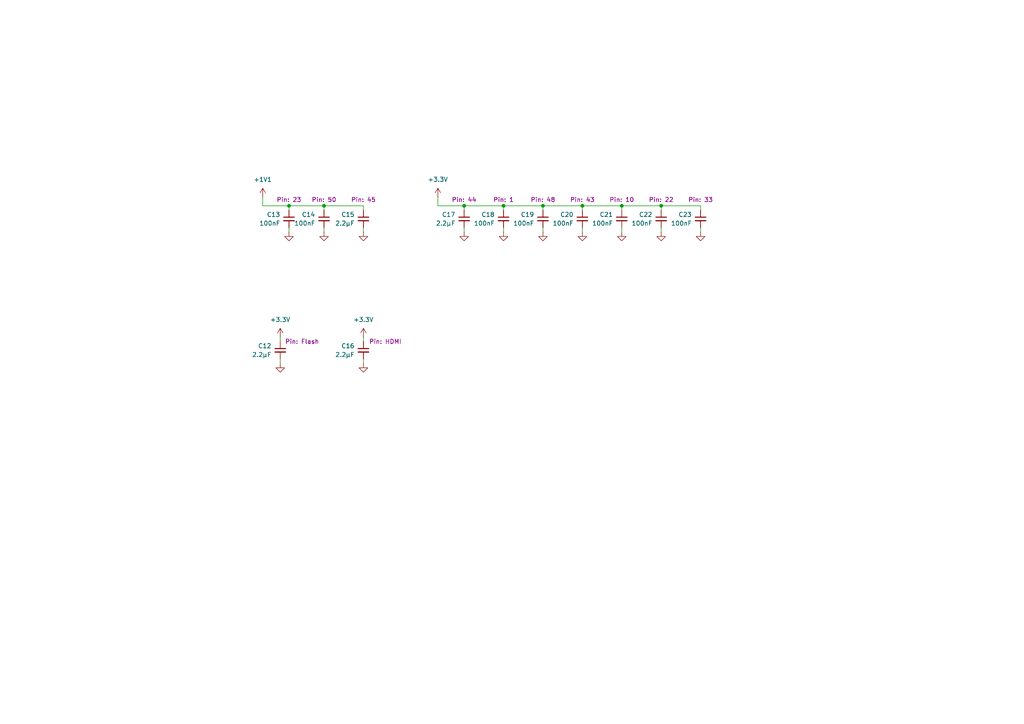
<source format=kicad_sch>
(kicad_sch (version 20250114) (generator "eeschema") (generator_version "9.0")
  (paper "A4")
  (lib_symbols
    (symbol "Device:C_Small" (pin_numbers (hide yes)) (pin_names (offset 0.254) (hide yes))
      (property "Reference" "C" (at 0.254 1.778 0))
      (property "Value" "C_Small" (at 0.254 -2.032 0))
      (symbol "C_Small_0_1"
        (polyline (pts (xy -1.524 0.508) (xy 1.524 0.508)) (stroke (width 0.3048)))
        (polyline (pts (xy -1.524 -0.508) (xy 1.524 -0.508)) (stroke (width 0.3302)))
      )
      (symbol "C_Small_1_1"
        (pin passive line (at 0 2.54 270) (length 2.032) (name "~") (number "1"))
        (pin passive line (at 0 -2.54 90) (length 2.032) (name "~") (number "2"))
      )
    )
    (symbol "power:+1V1" (power) (pin_numbers (hide yes)) (pin_names (offset 0) (hide yes))
      (property "Value" "+1V1" (at 0 3.556 0))
      (symbol "+1V1_0_1"
        (polyline (pts (xy -0.762 1.27) (xy 0 2.54)))
        (polyline (pts (xy 0 2.54) (xy 0.762 1.27)))
        (polyline (pts (xy 0 0) (xy 0 2.54)))
      )
      (symbol "+1V1_1_1"
        (pin power_in line (at 0 0 90) (length 0) (name "~") (number "1"))
      )
    )
    (symbol "power:+3.3V" (power) (pin_numbers (hide yes)) (pin_names (offset 0) (hide yes))
      (property "Value" "+3.3V" (at 0 3.556 0))
      (symbol "+3.3V_0_1"
        (polyline (pts (xy -0.762 1.27) (xy 0 2.54)))
        (polyline (pts (xy 0 2.54) (xy 0.762 1.27)))
        (polyline (pts (xy 0 0) (xy 0 2.54)))
      )
      (symbol "+3.3V_1_1"
        (pin power_in line (at 0 0 90) (length 0) (name "~") (number "1"))
      )
    )
    (symbol "power:GND" (power) (pin_numbers (hide yes)) (pin_names (offset 0) (hide yes))
      (property "Value" "GND" (at 0 -3.81 0))
      (symbol "GND_0_1"
        (polyline (pts (xy 0 0) (xy 0 -1.27) (xy 1.27 -1.27) (xy 0 -2.54) (xy -1.27 -1.27) (xy 0 -1.27)))
      )
      (symbol "GND_1_1"
        (pin power_in line (at 0 0 270) (length 0) (name "~") (number "1"))
      )
    )
  )
  (junction (at 83.82 59.69))
  (junction (at 191.77 59.69))
  (junction (at 134.62 59.69))
  (junction (at 93.98 59.69))
  (junction (at 157.48 59.69))
  (junction (at 180.34 59.69))
  (junction (at 168.91 59.69))
  (junction (at 146.05 59.69))
  (wire (pts (xy 191.77 66.04) (xy 191.77 67.31)))
  (wire (pts (xy 134.62 59.69) (xy 134.62 60.96)))
  (wire (pts (xy 105.41 104.14) (xy 105.41 105.41)))
  (wire (pts (xy 180.34 60.96) (xy 180.34 59.69)))
  (wire (pts (xy 157.48 59.69) (xy 168.91 59.69)))
  (wire (pts (xy 157.48 60.96) (xy 157.48 59.69)))
  (wire (pts (xy 180.34 59.69) (xy 191.77 59.69)))
  (wire (pts (xy 105.41 59.69) (xy 105.41 60.96)))
  (wire (pts (xy 127 59.69) (xy 134.62 59.69)))
  (wire (pts (xy 146.05 60.96) (xy 146.05 59.69)))
  (wire (pts (xy 168.91 60.96) (xy 168.91 59.69)))
  (wire (pts (xy 83.82 60.96) (xy 83.82 59.69)))
  (wire (pts (xy 146.05 59.69) (xy 157.48 59.69)))
  (wire (pts (xy 203.2 66.04) (xy 203.2 67.31)))
  (wire (pts (xy 146.05 66.04) (xy 146.05 67.31)))
  (wire (pts (xy 83.82 59.69) (xy 93.98 59.69)))
  (wire (pts (xy 93.98 60.96) (xy 93.98 59.69)))
  (wire (pts (xy 76.2 57.15) (xy 76.2 59.69)))
  (wire (pts (xy 81.28 104.14) (xy 81.28 105.41)))
  (wire (pts (xy 191.77 59.69) (xy 203.2 59.69)))
  (wire (pts (xy 105.41 66.04) (xy 105.41 67.31)))
  (wire (pts (xy 203.2 60.96) (xy 203.2 59.69)))
  (wire (pts (xy 180.34 66.04) (xy 180.34 67.31)))
  (wire (pts (xy 191.77 60.96) (xy 191.77 59.69)))
  (wire (pts (xy 93.98 59.69) (xy 105.41 59.69)))
  (wire (pts (xy 157.48 66.04) (xy 157.48 67.31)))
  (wire (pts (xy 81.28 97.79) (xy 81.28 99.06)))
  (wire (pts (xy 168.91 66.04) (xy 168.91 67.31)))
  (wire (pts (xy 93.98 66.04) (xy 93.98 67.31)))
  (wire (pts (xy 134.62 66.04) (xy 134.62 67.31)))
  (wire (pts (xy 127 57.15) (xy 127 59.69)))
  (wire (pts (xy 83.82 66.04) (xy 83.82 67.31)))
  (wire (pts (xy 105.41 97.79) (xy 105.41 99.06)))
  (wire (pts (xy 134.62 59.69) (xy 146.05 59.69)))
  (wire (pts (xy 76.2 59.69) (xy 83.82 59.69)))
  (wire (pts (xy 168.91 59.69) (xy 180.34 59.69)))
  (symbol (lib_id "power:GND") (at 146.05 67.31 0) (unit 1)
    (property "Reference" "#PWR077" (effects (hide yes)))
    (property "Value" "GND" (effects (hide yes)))
    (property "Description" "Power symbol creates a global label with name \"GND\" , ground" (effects (hide yes)))
  )
  (symbol (lib_id "Device:C_Small") (at 83.82 63.5 0) (mirror y) (unit 1)
    (property "Reference" "C13" (at 81.28 62.2362 0) (effects (justify left)))
    (property "Value" "100nF" (at 81.28 64.7762 0) (effects (justify left)))
    (property "Footprint" "Capacitor_SMD:C_0805_2012Metric" (effects (hide yes)))
    (property "Description" "Unpolarized capacitor, small symbol" (effects (hide yes)))
    (property "LCSC" "C49678" (effects (hide yes)))
    (property "MPN" "C 100nF 50V 0805" (effects (hide yes)))
    (property "Pin" "23" (at 83.82 57.912 0) (show_name yes))
  )
  (symbol (lib_id "power:GND") (at 105.41 67.31 0) (unit 1)
    (property "Reference" "#PWR072" (effects (hide yes)))
    (property "Value" "GND" (effects (hide yes)))
    (property "Description" "Power symbol creates a global label with name \"GND\" , ground" (effects (hide yes)))
  )
  (symbol (lib_id "Device:C_Small") (at 105.41 63.5 0) (mirror y) (unit 1)
    (property "Reference" "C15" (at 102.87 62.2362 0) (effects (justify left)))
    (property "Value" "2.2μF" (at 102.87 64.7762 0) (effects (justify left)))
    (property "Footprint" "Capacitor_SMD:C_0805_2012Metric" (effects (hide yes)))
    (property "Description" "Unpolarized capacitor, small symbol" (effects (hide yes)))
    (property "LCSC" "C377773" (effects (hide yes)))
    (property "MPN" "C 2.2μF 25V 0805" (effects (hide yes)))
    (property "Pin" "45" (at 105.41 57.912 0) (show_name yes))
  )
  (symbol (lib_id "power:GND") (at 134.62 67.31 0) (unit 1)
    (property "Reference" "#PWR076" (effects (hide yes)))
    (property "Value" "GND" (effects (hide yes)))
    (property "Description" "Power symbol creates a global label with name \"GND\" , ground" (effects (hide yes)))
  )
  (symbol (lib_id "power:+1V1") (at 76.2 57.15 0) (unit 1)
    (property "Reference" "#PWR067" (effects (hide yes)))
    (property "Value" "+1V1" (at 76.2 52.07 0))
    (property "Description" "Power symbol creates a global label with name \"+1V1\"" (effects (hide yes)))
  )
  (symbol (lib_id "power:+3.3V") (at 127 57.15 0) (unit 1)
    (property "Reference" "#PWR075" (effects (hide yes)))
    (property "Value" "+3.3V" (at 127 52.07 0))
    (property "Description" "Power symbol creates a global label with name \"+3.3V\"" (effects (hide yes)))
  )
  (symbol (lib_id "Device:C_Small") (at 157.48 63.5 0) (mirror y) (unit 1)
    (property "Reference" "C19" (at 154.94 62.2362 0) (effects (justify left)))
    (property "Value" "100nF" (at 154.94 64.7762 0) (effects (justify left)))
    (property "Footprint" "Capacitor_SMD:C_0805_2012Metric" (effects (hide yes)))
    (property "Description" "Unpolarized capacitor, small symbol" (effects (hide yes)))
    (property "LCSC" "C49678" (effects (hide yes)))
    (property "MPN" "C 100nF 50V 0805" (effects (hide yes)))
    (property "Pin" "48" (at 157.48 57.912 0) (show_name yes))
  )
  (symbol (lib_id "power:GND") (at 203.2 67.31 0) (unit 1)
    (property "Reference" "#PWR082" (effects (hide yes)))
    (property "Value" "GND" (effects (hide yes)))
    (property "Description" "Power symbol creates a global label with name \"GND\" , ground" (effects (hide yes)))
  )
  (symbol (lib_id "power:GND") (at 83.82 67.31 0) (unit 1)
    (property "Reference" "#PWR070" (effects (hide yes)))
    (property "Value" "GND" (effects (hide yes)))
    (property "Description" "Power symbol creates a global label with name \"GND\" , ground" (effects (hide yes)))
  )
  (symbol (lib_id "power:GND") (at 93.98 67.31 0) (unit 1)
    (property "Reference" "#PWR071" (effects (hide yes)))
    (property "Value" "GND" (effects (hide yes)))
    (property "Description" "Power symbol creates a global label with name \"GND\" , ground" (effects (hide yes)))
  )
  (symbol (lib_id "Device:C_Small") (at 81.28 101.6 0) (mirror y) (unit 1)
    (property "Reference" "C12" (at 78.74 100.3362 0) (effects (justify left)))
    (property "Value" "2.2μF" (at 78.74 102.8762 0) (effects (justify left)))
    (property "Footprint" "Capacitor_SMD:C_0805_2012Metric" (effects (hide yes)))
    (property "Description" "Unpolarized capacitor, small symbol" (effects (hide yes)))
    (property "LCSC" "C377773" (effects (hide yes)))
    (property "MPN" "C 2.2μF 25V 0805" (effects (hide yes)))
    (property "Pin" "Flash" (at 87.63 99.06 0) (show_name yes))
  )
  (symbol (lib_id "Device:C_Small") (at 134.62 63.5 0) (mirror y) (unit 1)
    (property "Reference" "C17" (at 132.08 62.2362 0) (effects (justify left)))
    (property "Value" "2.2μF" (at 132.08 64.7762 0) (effects (justify left)))
    (property "Footprint" "Capacitor_SMD:C_0805_2012Metric" (effects (hide yes)))
    (property "Description" "Unpolarized capacitor, small symbol" (effects (hide yes)))
    (property "LCSC" "C377773" (effects (hide yes)))
    (property "MPN" "C 2.2μF 25V 0805" (effects (hide yes)))
    (property "Pin" "44" (at 134.62 57.912 0) (show_name yes))
  )
  (symbol (lib_id "Device:C_Small") (at 93.98 63.5 0) (mirror y) (unit 1)
    (property "Reference" "C14" (at 91.44 62.2362 0) (effects (justify left)))
    (property "Value" "100nF" (at 91.44 64.7762 0) (effects (justify left)))
    (property "Footprint" "Capacitor_SMD:C_0805_2012Metric" (effects (hide yes)))
    (property "Description" "Unpolarized capacitor, small symbol" (effects (hide yes)))
    (property "LCSC" "C49678" (effects (hide yes)))
    (property "MPN" "C 100nF 50V 0805" (effects (hide yes)))
    (property "Pin" "50" (at 93.98 57.912 0) (show_name yes))
  )
  (symbol (lib_id "Device:C_Small") (at 191.77 63.5 0) (mirror y) (unit 1)
    (property "Reference" "C22" (at 189.23 62.2362 0) (effects (justify left)))
    (property "Value" "100nF" (at 189.23 64.7762 0) (effects (justify left)))
    (property "Footprint" "Capacitor_SMD:C_0805_2012Metric" (effects (hide yes)))
    (property "Description" "Unpolarized capacitor, small symbol" (effects (hide yes)))
    (property "LCSC" "C49678" (effects (hide yes)))
    (property "MPN" "C 100nF 50V 0805" (effects (hide yes)))
    (property "Pin" "22" (at 191.77 57.912 0) (show_name yes))
  )
  (symbol (lib_id "power:GND") (at 157.48 67.31 0) (unit 1)
    (property "Reference" "#PWR078" (effects (hide yes)))
    (property "Value" "GND" (effects (hide yes)))
    (property "Description" "Power symbol creates a global label with name \"GND\" , ground" (effects (hide yes)))
  )
  (symbol (lib_id "Device:C_Small") (at 180.34 63.5 0) (mirror y) (unit 1)
    (property "Reference" "C21" (at 177.8 62.2362 0) (effects (justify left)))
    (property "Value" "100nF" (at 177.8 64.7762 0) (effects (justify left)))
    (property "Footprint" "Capacitor_SMD:C_0805_2012Metric" (effects (hide yes)))
    (property "Description" "Unpolarized capacitor, small symbol" (effects (hide yes)))
    (property "LCSC" "C49678" (effects (hide yes)))
    (property "MPN" "C 100nF 50V 0805" (effects (hide yes)))
    (property "Pin" "10" (at 180.34 57.912 0) (show_name yes))
  )
  (symbol (lib_id "power:+3.3V") (at 81.28 97.79 0) (unit 1)
    (property "Reference" "#PWR068" (effects (hide yes)))
    (property "Value" "+3.3V" (at 81.28 92.71 0))
    (property "Description" "Power symbol creates a global label with name \"+3.3V\"" (effects (hide yes)))
  )
  (symbol (lib_id "power:GND") (at 180.34 67.31 0) (unit 1)
    (property "Reference" "#PWR080" (effects (hide yes)))
    (property "Value" "GND" (effects (hide yes)))
    (property "Description" "Power symbol creates a global label with name \"GND\" , ground" (effects (hide yes)))
  )
  (symbol (lib_id "Device:C_Small") (at 203.2 63.5 0) (mirror y) (unit 1)
    (property "Reference" "C23" (at 200.66 62.2362 0) (effects (justify left)))
    (property "Value" "100nF" (at 200.66 64.7762 0) (effects (justify left)))
    (property "Footprint" "Capacitor_SMD:C_0805_2012Metric" (effects (hide yes)))
    (property "Description" "Unpolarized capacitor, small symbol" (effects (hide yes)))
    (property "LCSC" "C49678" (effects (hide yes)))
    (property "MPN" "C 100nF 50V 0805" (effects (hide yes)))
    (property "Pin" "33" (at 203.2 57.912 0) (show_name yes))
  )
  (symbol (lib_id "Device:C_Small") (at 168.91 63.5 0) (mirror y) (unit 1)
    (property "Reference" "C20" (at 166.37 62.2362 0) (effects (justify left)))
    (property "Value" "100nF" (at 166.37 64.7762 0) (effects (justify left)))
    (property "Footprint" "Capacitor_SMD:C_0805_2012Metric" (effects (hide yes)))
    (property "Description" "Unpolarized capacitor, small symbol" (effects (hide yes)))
    (property "LCSC" "C49678" (effects (hide yes)))
    (property "MPN" "C 100nF 50V 0805" (effects (hide yes)))
    (property "Pin" "43" (at 168.91 57.912 0) (show_name yes))
  )
  (symbol (lib_id "power:+3.3V") (at 105.41 97.79 0) (unit 1)
    (property "Reference" "#PWR073" (effects (hide yes)))
    (property "Value" "+3.3V" (at 105.41 92.71 0))
    (property "Description" "Power symbol creates a global label with name \"+3.3V\"" (effects (hide yes)))
  )
  (symbol (lib_id "Device:C_Small") (at 146.05 63.5 0) (mirror y) (unit 1)
    (property "Reference" "C18" (at 143.51 62.2362 0) (effects (justify left)))
    (property "Value" "100nF" (at 143.51 64.7762 0) (effects (justify left)))
    (property "Footprint" "Capacitor_SMD:C_0805_2012Metric" (effects (hide yes)))
    (property "Description" "Unpolarized capacitor, small symbol" (effects (hide yes)))
    (property "LCSC" "C49678" (effects (hide yes)))
    (property "MPN" "C 100nF 50V 0805" (effects (hide yes)))
    (property "Pin" "1" (at 146.05 57.912 0) (show_name yes))
  )
  (symbol (lib_id "power:GND") (at 81.28 105.41 0) (unit 1)
    (property "Reference" "#PWR069" (effects (hide yes)))
    (property "Value" "GND" (effects (hide yes)))
    (property "Description" "Power symbol creates a global label with name \"GND\" , ground" (effects (hide yes)))
  )
  (symbol (lib_id "power:GND") (at 191.77 67.31 0) (unit 1)
    (property "Reference" "#PWR081" (effects (hide yes)))
    (property "Value" "GND" (effects (hide yes)))
    (property "Description" "Power symbol creates a global label with name \"GND\" , ground" (effects (hide yes)))
  )
  (symbol (lib_id "power:GND") (at 168.91 67.31 0) (unit 1)
    (property "Reference" "#PWR079" (effects (hide yes)))
    (property "Value" "GND" (effects (hide yes)))
    (property "Description" "Power symbol creates a global label with name \"GND\" , ground" (effects (hide yes)))
  )
  (symbol (lib_id "Device:C_Small") (at 105.41 101.6 0) (mirror y) (unit 1)
    (property "Reference" "C16" (at 102.87 100.3362 0) (effects (justify left)))
    (property "Value" "2.2μF" (at 102.87 102.8762 0) (effects (justify left)))
    (property "Footprint" "Capacitor_SMD:C_0805_2012Metric" (effects (hide yes)))
    (property "Description" "Unpolarized capacitor, small symbol" (effects (hide yes)))
    (property "LCSC" "C377773" (effects (hide yes)))
    (property "MPN" "C 2.2μF 25V 0805" (effects (hide yes)))
    (property "Pin" "HDMI" (at 111.76 99.06 0) (show_name yes))
  )
  (symbol (lib_id "power:GND") (at 105.41 105.41 0) (unit 1)
    (property "Reference" "#PWR074" (effects (hide yes)))
    (property "Value" "GND" (effects (hide yes)))
    (property "Description" "Power symbol creates a global label with name \"GND\" , ground" (effects (hide yes)))
  )
)
</source>
